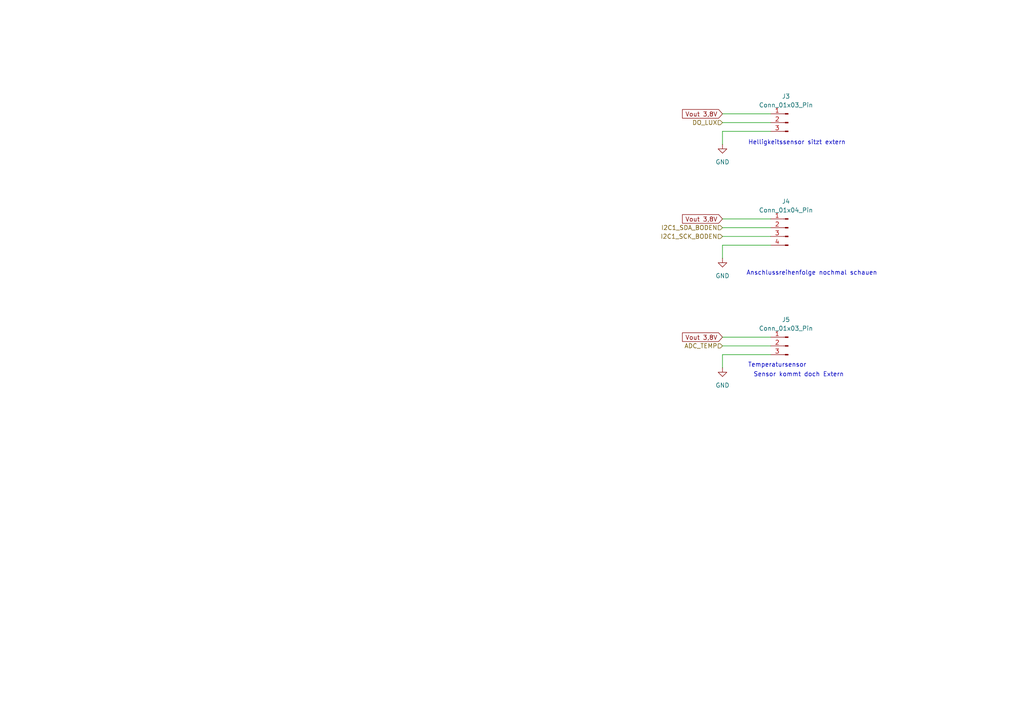
<source format=kicad_sch>
(kicad_sch (version 20231120) (generator "eeschema") (generator_version "8.0")
  (paper "A4")
  (lib_symbols
    (symbol "Connector:Conn_01x03_Pin" (pin_names (offset 1.016) hide)
      (property "Reference" "J" (at 0 5.08 0))
      (property "Value" "Conn_01x03_Pin" (at 0 -5.08 0))
      (symbol "Conn_01x03_Pin_1_1"
        (polyline (pts (xy 1.27 -2.54) (xy 0.8636 -2.54)) (stroke (width 0.1524)))
        (polyline (pts (xy 1.27 0) (xy 0.8636 0)) (stroke (width 0.1524)))
        (polyline (pts (xy 1.27 2.54) (xy 0.8636 2.54)) (stroke (width 0.1524)))
        (rectangle (start 0.8636 -2.413) (end 0 -2.667) (stroke (width 0.1524)) (fill (type outline)))
        (rectangle (start 0.8636 0.127) (end 0 -0.127) (stroke (width 0.1524)) (fill (type outline)))
        (rectangle (start 0.8636 2.667) (end 0 2.413) (stroke (width 0.1524)) (fill (type outline)))
        (pin passive line (at 5.08 2.54 180) (length 3.81) (name "Pin_1") (number "1"))
        (pin passive line (at 5.08 0 180) (length 3.81) (name "Pin_2") (number "2"))
        (pin passive line (at 5.08 -2.54 180) (length 3.81) (name "Pin_3") (number "3"))
      )
    )
    (symbol "Connector:Conn_01x04_Pin" (pin_names (offset 1.016) hide)
      (property "Reference" "J" (at 0 5.08 0))
      (property "Value" "Conn_01x04_Pin" (at 0 -7.62 0))
      (symbol "Conn_01x04_Pin_1_1"
        (polyline (pts (xy 1.27 -5.08) (xy 0.8636 -5.08)) (stroke (width 0.1524)))
        (polyline (pts (xy 1.27 -2.54) (xy 0.8636 -2.54)) (stroke (width 0.1524)))
        (polyline (pts (xy 1.27 0) (xy 0.8636 0)) (stroke (width 0.1524)))
        (polyline (pts (xy 1.27 2.54) (xy 0.8636 2.54)) (stroke (width 0.1524)))
        (rectangle (start 0.8636 -4.953) (end 0 -5.207) (stroke (width 0.1524)) (fill (type outline)))
        (rectangle (start 0.8636 -2.413) (end 0 -2.667) (stroke (width 0.1524)) (fill (type outline)))
        (rectangle (start 0.8636 0.127) (end 0 -0.127) (stroke (width 0.1524)) (fill (type outline)))
        (rectangle (start 0.8636 2.667) (end 0 2.413) (stroke (width 0.1524)) (fill (type outline)))
        (pin passive line (at 5.08 2.54 180) (length 3.81) (name "Pin_1") (number "1"))
        (pin passive line (at 5.08 0 180) (length 3.81) (name "Pin_2") (number "2"))
        (pin passive line (at 5.08 -2.54 180) (length 3.81) (name "Pin_3") (number "3"))
        (pin passive line (at 5.08 -5.08 180) (length 3.81) (name "Pin_4") (number "4"))
      )
    )
    (symbol "power:GND" (power) (pin_numbers hide) (pin_names (offset 0) hide)
      (property "Value" "GND" (at 0 -3.81 0))
      (symbol "GND_0_1"
        (polyline (pts (xy 0 0) (xy 0 -1.27) (xy 1.27 -1.27) (xy 0 -2.54) (xy -1.27 -1.27) (xy 0 -1.27)))
      )
      (symbol "GND_1_1"
        (pin power_in line (at 0 0 270) (length 0) (name "~") (number "1"))
      )
    )
  )
  (wire (pts (xy 209.55 100.33) (xy 223.52 100.33)))
  (wire (pts (xy 209.55 63.5) (xy 223.52 63.5)))
  (wire (pts (xy 209.55 38.1) (xy 223.52 38.1)))
  (wire (pts (xy 209.55 71.12) (xy 223.52 71.12)))
  (wire (pts (xy 209.55 74.93) (xy 209.55 71.12)))
  (wire (pts (xy 209.55 38.1) (xy 209.55 41.91)))
  (wire (pts (xy 209.55 102.87) (xy 209.55 106.68)))
  (wire (pts (xy 209.55 66.04) (xy 223.52 66.04)))
  (wire (pts (xy 209.55 33.02) (xy 223.52 33.02)))
  (wire (pts (xy 209.55 68.58) (xy 223.52 68.58)))
  (wire (pts (xy 209.55 97.79) (xy 223.52 97.79)))
  (wire (pts (xy 209.55 102.87) (xy 223.52 102.87)))
  (wire (pts (xy 209.55 35.56) (xy 223.52 35.56)))
  (text "Temperatursensor" (at 216.916 106.68 0) (effects (font (size 1.27 1.27)) (justify left bottom)))
  (text "Helligkeitssensor sitzt extern" (at 231.14 41.402 0) (effects (font (size 1.27 1.27))))
  (text "Anschlussreihenfolge nochmal schauen" (at 235.458 79.248 0) (effects (font (size 1.27 1.27))))
  (text "Sensor kommt doch Extern" (at 231.648 108.712 0) (effects (font (size 1.27 1.27))))
  (global_label "Vout 3,8V" (shape input) (at 209.55 97.79 180) (property "Intersheetrefs" "${INTERSHEET_REFS}" (effects (hide yes))))
  (global_label "Vout 3,8V" (shape input) (at 209.55 33.02 180) (property "Intersheetrefs" "${INTERSHEET_REFS}" (effects (hide yes))))
  (global_label "Vout 3,8V" (shape input) (at 209.55 63.5 180) (property "Intersheetrefs" "${INTERSHEET_REFS}" (effects (hide yes))))
  (hierarchical_label "I2C1_SDA_BODEN" (shape input) (at 209.55 66.04 180))
  (hierarchical_label "DO_LUX" (shape input) (at 209.55 35.56 180))
  (hierarchical_label "ADC_TEMP" (shape input) (at 209.55 100.33 180))
  (hierarchical_label "I2C1_SCK_BODEN" (shape input) (at 209.55 68.58 180))
  (symbol (lib_id "Connector:Conn_01x03_Pin") (at 228.6 100.33 0) (mirror y) (unit 1)
    (property "Reference" "J5" (at 227.965 92.71 0))
    (property "Value" "Conn_01x03_Pin" (at 227.965 95.25 0))
    (property "Footprint" "Connector_PinHeader_2.54mm:PinHeader_1x03_P2.54mm_Vertical" (effects (hide yes)))
    (property "Description" "Generic connector, single row, 01x03, script generated" (effects (hide yes)))
  )
  (symbol (lib_id "power:GND") (at 209.55 41.91 0) (unit 1)
    (property "Reference" "#PWR026" (effects (hide yes)))
    (property "Value" "GND" (at 209.55 46.99 0))
    (property "Description" "Power symbol creates a global label with name \"GND\" , ground" (effects (hide yes)))
  )
  (symbol (lib_id "power:GND") (at 209.55 74.93 0) (unit 1)
    (property "Reference" "#PWR027" (effects (hide yes)))
    (property "Value" "GND" (at 209.55 80.01 0))
    (property "Description" "Power symbol creates a global label with name \"GND\" , ground" (effects (hide yes)))
  )
  (symbol (lib_id "power:GND") (at 209.55 106.68 0) (unit 1)
    (property "Reference" "#PWR028" (effects (hide yes)))
    (property "Value" "GND" (at 209.55 111.76 0))
    (property "Description" "Power symbol creates a global label with name \"GND\" , ground" (effects (hide yes)))
  )
  (symbol (lib_id "Connector:Conn_01x04_Pin") (at 228.6 66.04 0) (mirror y) (unit 1)
    (property "Reference" "J4" (at 227.965 58.42 0))
    (property "Value" "Conn_01x04_Pin" (at 227.965 60.96 0))
    (property "Footprint" "Connector_PinHeader_2.54mm:PinHeader_1x04_P2.54mm_Vertical" (effects (hide yes)))
    (property "Description" "Generic connector, single row, 01x04, script generated" (effects (hide yes)))
  )
  (symbol (lib_id "Connector:Conn_01x03_Pin") (at 228.6 35.56 0) (mirror y) (unit 1)
    (property "Reference" "J3" (at 227.965 27.94 0))
    (property "Value" "Conn_01x03_Pin" (at 227.965 30.48 0))
    (property "Footprint" "Connector_PinHeader_2.54mm:PinHeader_1x03_P2.54mm_Vertical" (effects (hide yes)))
    (property "Description" "Generic connector, single row, 01x03, script generated" (effects (hide yes)))
  )
)
</source>
